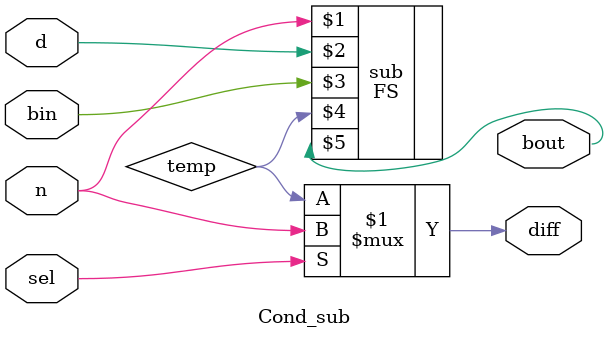
<source format=v>
`timescale 1ns / 1ps


module Cond_sub(n,d,bin,sel,bout,diff);
    input n,d,bin,sel;
    output bout,diff;
    wire temp;
    
    FS sub(n,d,bin,temp,bout);
    assign diff = sel?n:temp;
    
endmodule

</source>
